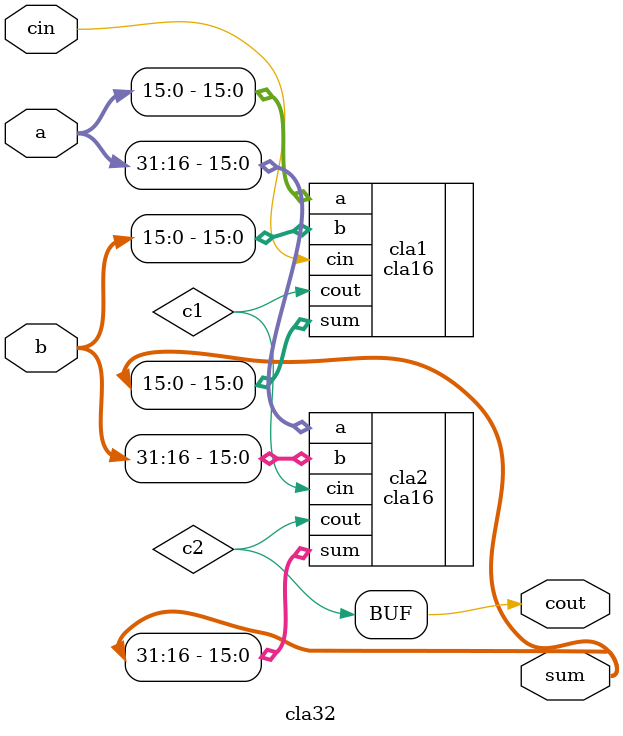
<source format=v>
`timescale 1ns / 1ps
module cla32(a,b,cin,sum,cout);
input [31:0] a,b;
input cin;
output [31:0] sum;
output cout;
wire c1,c2;
 
cla16 cla1(.a(a[15:0]), .b(b[15:0]), .cin(cin), .sum(sum[15:0]), .cout(c1));
cla16 cla2(.a(a[31:16]), .b(b[31:16]), .cin(c1), .sum(sum[31:16]), .cout(c2));
assign cout=c2;


 
endmodule

</source>
